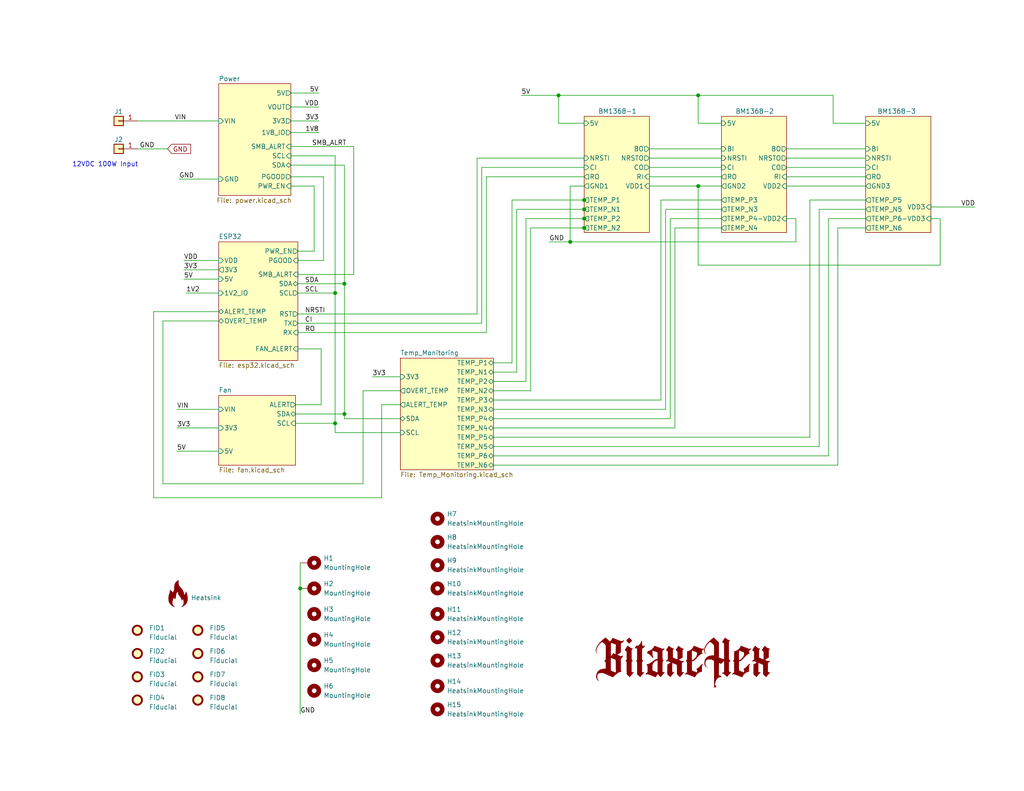
<source format=kicad_sch>
(kicad_sch (version 20231120) (generator "eeschema") (generator_version "8.0")
  (paper "A")
  (title_block (title "bitaxeHex") (date "2024-03-09") (rev "701"))
  (lib_symbols
    (symbol "Connector_Generic:Conn_01x01" (pin_names (offset 1.016) hide)
      (property "Reference" "J" (at 0 2.54 0))
      (property "Value" "Conn_01x01" (at 0 -2.54 0))
      (symbol "Conn_01x01_1_1"
        (pin passive line (at -5.08 0 0) (length 3.81) (name "Pin_1") (number "1"))
      )
    )
    (symbol "Mechanical:Fiducial"
      (property "Reference" "FID" (at 0 5.08 0))
      (property "Value" "Fiducial" (at 0 3.175 0))
    )
    (symbol "Mechanical:MountingHole" (pin_names (offset 1.016))
      (property "Reference" "H" (at 0 5.08 0))
      (property "Value" "MountingHole" (at 0 3.175 0))
    )
    (symbol "Mechanical:MountingHole_Pad" (pin_numbers hide) (pin_names (offset 1.016) hide)
      (property "Reference" "H" (at 0 6.35 0))
      (property "Value" "MountingHole_Pad" (at 0 4.445 0))
      (symbol "MountingHole_Pad_1_1"
        (pin input line (at 0 -2.54 90) (length 2.54) (name "1") (number "1"))
      )
    )
    (symbol "bitaxe:Bitaxe_Hex_Logo" (pin_names (offset 1.016)))
    (symbol "bitaxe:hex_heatsink" (in_bom no)
      (property "Value" "hex_heatsink" (at 0 -3.81 0))
    )
  )
  (junction (at 159.385 57.15))
  (junction (at 159.385 54.61))
  (junction (at 159.385 59.69))
  (junction (at 152.4 26.035))
  (junction (at 190.5 26.035))
  (junction (at 93.98 113.03))
  (junction (at 159.385 62.23))
  (junction (at 93.98 77.47))
  (junction (at 81.915 160.655))
  (junction (at 91.44 80.01))
  (junction (at 91.44 115.57))
  (junction (at 190.5 50.8))
  (junction (at 155.575 66.04))
  (wire (pts (xy 155.575 50.8) (xy 159.385 50.8)))
  (wire (pts (xy 101.6 102.87) (xy 109.22 102.87)))
  (wire (pts (xy 50.165 71.12) (xy 59.69 71.12)))
  (wire (pts (xy 160.02 54.61) (xy 159.385 54.61)))
  (wire (pts (xy 226.06 59.69) (xy 226.06 124.46)))
  (wire (pts (xy 196.85 54.61) (xy 180.34 54.61)))
  (wire (pts (xy 214.63 43.18) (xy 236.22 43.18)))
  (wire (pts (xy 190.5 26.035) (xy 227.33 26.035)))
  (wire (pts (xy 41.91 135.89) (xy 41.91 85.09)))
  (wire (pts (xy 81.28 80.01) (xy 91.44 80.01)))
  (wire (pts (xy 159.385 54.61) (xy 139.7 54.61)))
  (wire (pts (xy 196.85 33.655) (xy 190.5 33.655)))
  (wire (pts (xy 44.45 87.63) (xy 59.69 87.63)))
  (wire (pts (xy 109.22 110.49) (xy 104.14 110.49)))
  (wire (pts (xy 104.14 110.49) (xy 104.14 135.89)))
  (wire (pts (xy 93.98 114.3) (xy 93.98 113.03)))
  (wire (pts (xy 93.98 45.085) (xy 93.98 77.47)))
  (wire (pts (xy 144.78 62.23) (xy 144.78 106.68)))
  (wire (pts (xy 177.165 43.18) (xy 196.85 43.18)))
  (wire (pts (xy 214.63 40.64) (xy 236.22 40.64)))
  (wire (pts (xy 109.22 114.3) (xy 93.98 114.3)))
  (wire (pts (xy 85.725 50.8) (xy 79.375 50.8)))
  (wire (pts (xy 152.4 33.655) (xy 152.4 26.035)))
  (wire (pts (xy 131.445 88.265) (xy 81.28 88.265)))
  (wire (pts (xy 134.62 119.38) (xy 220.98 119.38)))
  (wire (pts (xy 182.88 59.69) (xy 182.88 114.3)))
  (wire (pts (xy 96.52 40.005) (xy 79.375 40.005)))
  (wire (pts (xy 81.28 74.93) (xy 96.52 74.93)))
  (wire (pts (xy 144.78 106.68) (xy 134.62 106.68)))
  (wire (pts (xy 132.715 48.26) (xy 159.385 48.26)))
  (wire (pts (xy 87.63 95.25) (xy 81.28 95.25)))
  (wire (pts (xy 41.91 85.09) (xy 59.69 85.09)))
  (wire (pts (xy 236.22 33.655) (xy 227.33 33.655)))
  (wire (pts (xy 155.575 66.04) (xy 217.17 66.04)))
  (wire (pts (xy 91.44 42.545) (xy 79.375 42.545)))
  (wire (pts (xy 130.175 85.725) (xy 81.28 85.725)))
  (wire (pts (xy 160.02 62.23) (xy 159.385 62.23)))
  (wire (pts (xy 48.26 111.76) (xy 59.69 111.76)))
  (wire (pts (xy 190.5 33.655) (xy 190.5 26.035)))
  (wire (pts (xy 149.86 66.04) (xy 155.575 66.04)))
  (wire (pts (xy 44.45 132.08) (xy 44.45 87.63)))
  (wire (pts (xy 134.62 109.22) (xy 180.34 109.22)))
  (wire (pts (xy 143.51 59.69) (xy 143.51 104.14)))
  (wire (pts (xy 184.15 62.23) (xy 184.15 116.84)))
  (wire (pts (xy 132.715 90.805) (xy 81.28 90.805)))
  (wire (pts (xy 93.98 45.085) (xy 79.375 45.085)))
  (wire (pts (xy 88.265 48.26) (xy 88.265 71.12)))
  (wire (pts (xy 254 56.515) (xy 266.065 56.515)))
  (wire (pts (xy 79.375 36.195) (xy 86.995 36.195)))
  (wire (pts (xy 48.895 48.895) (xy 59.69 48.895)))
  (wire (pts (xy 180.34 54.61) (xy 180.34 109.22)))
  (wire (pts (xy 143.51 104.14) (xy 134.62 104.14)))
  (wire (pts (xy 99.06 106.68) (xy 99.06 132.08)))
  (wire (pts (xy 104.14 135.89) (xy 41.91 135.89)))
  (wire (pts (xy 139.7 54.61) (xy 139.7 99.06)))
  (wire (pts (xy 79.375 48.26) (xy 88.265 48.26)))
  (wire (pts (xy 88.265 71.12) (xy 81.28 71.12)))
  (wire (pts (xy 159.385 59.69) (xy 160.02 59.69)))
  (wire (pts (xy 50.8 80.01) (xy 59.69 80.01)))
  (wire (pts (xy 228.6 127) (xy 228.6 62.23)))
  (wire (pts (xy 96.52 74.93) (xy 96.52 40.005)))
  (wire (pts (xy 214.63 48.26) (xy 236.22 48.26)))
  (wire (pts (xy 254 59.69) (xy 256.54 59.69)))
  (wire (pts (xy 132.715 48.26) (xy 132.715 90.805)))
  (wire (pts (xy 91.44 80.01) (xy 91.44 115.57)))
  (wire (pts (xy 214.63 50.8) (xy 236.22 50.8)))
  (wire (pts (xy 177.165 45.72) (xy 196.85 45.72)))
  (wire (pts (xy 99.06 132.08) (xy 44.45 132.08)))
  (wire (pts (xy 81.28 77.47) (xy 93.98 77.47)))
  (wire (pts (xy 140.97 57.15) (xy 159.385 57.15)))
  (wire (pts (xy 48.26 116.84) (xy 59.69 116.84)))
  (wire (pts (xy 226.06 124.46) (xy 134.62 124.46)))
  (wire (pts (xy 223.52 57.15) (xy 236.22 57.15)))
  (wire (pts (xy 181.61 111.76) (xy 181.61 57.15)))
  (wire (pts (xy 177.165 50.8) (xy 190.5 50.8)))
  (wire (pts (xy 50.165 73.66) (xy 59.69 73.66)))
  (wire (pts (xy 236.22 59.69) (xy 226.06 59.69)))
  (wire (pts (xy 184.15 116.84) (xy 134.62 116.84)))
  (wire (pts (xy 152.4 26.035) (xy 190.5 26.035)))
  (wire (pts (xy 227.33 33.655) (xy 227.33 26.035)))
  (wire (pts (xy 182.88 114.3) (xy 134.62 114.3)))
  (wire (pts (xy 214.63 45.72) (xy 236.22 45.72)))
  (wire (pts (xy 81.915 160.655) (xy 81.915 194.945)))
  (wire (pts (xy 134.62 111.76) (xy 181.61 111.76)))
  (wire (pts (xy 190.5 72.39) (xy 256.54 72.39)))
  (wire (pts (xy 177.165 40.64) (xy 196.85 40.64)))
  (wire (pts (xy 91.44 42.545) (xy 91.44 80.01)))
  (wire (pts (xy 48.26 123.19) (xy 59.69 123.19)))
  (wire (pts (xy 190.5 50.8) (xy 196.85 50.8)))
  (wire (pts (xy 196.85 59.69) (xy 182.88 59.69)))
  (wire (pts (xy 159.385 57.15) (xy 160.02 57.15)))
  (wire (pts (xy 142.24 26.035) (xy 152.4 26.035)))
  (wire (pts (xy 140.97 101.6) (xy 134.62 101.6)))
  (wire (pts (xy 131.445 45.72) (xy 131.445 88.265)))
  (wire (pts (xy 236.22 54.61) (xy 220.98 54.61)))
  (wire (pts (xy 159.385 33.655) (xy 152.4 33.655)))
  (wire (pts (xy 87.63 110.49) (xy 87.63 95.25)))
  (wire (pts (xy 130.175 43.18) (xy 130.175 85.725)))
  (wire (pts (xy 79.375 29.21) (xy 86.995 29.21)))
  (wire (pts (xy 155.575 66.04) (xy 155.575 50.8)))
  (wire (pts (xy 140.97 57.15) (xy 140.97 101.6)))
  (wire (pts (xy 131.445 45.72) (xy 159.385 45.72)))
  (wire (pts (xy 79.375 25.4) (xy 86.995 25.4)))
  (wire (pts (xy 134.62 127) (xy 228.6 127)))
  (wire (pts (xy 159.385 62.23) (xy 144.78 62.23)))
  (wire (pts (xy 109.22 118.11) (xy 91.44 118.11)))
  (wire (pts (xy 91.44 115.57) (xy 91.44 118.11)))
  (wire (pts (xy 177.165 48.26) (xy 196.85 48.26)))
  (wire (pts (xy 134.62 121.92) (xy 223.52 121.92)))
  (wire (pts (xy 93.98 113.03) (xy 93.98 77.47)))
  (wire (pts (xy 37.465 40.64) (xy 45.72 40.64)))
  (wire (pts (xy 223.52 121.92) (xy 223.52 57.15)))
  (wire (pts (xy 109.22 106.68) (xy 99.06 106.68)))
  (wire (pts (xy 181.61 57.15) (xy 196.85 57.15)))
  (wire (pts (xy 81.28 68.58) (xy 85.725 68.58)))
  (wire (pts (xy 190.5 50.8) (xy 190.5 72.39)))
  (wire (pts (xy 228.6 62.23) (xy 236.22 62.23)))
  (wire (pts (xy 256.54 59.69) (xy 256.54 72.39)))
  (wire (pts (xy 214.63 59.69) (xy 217.17 59.69)))
  (wire (pts (xy 143.51 59.69) (xy 159.385 59.69)))
  (wire (pts (xy 220.98 54.61) (xy 220.98 119.38)))
  (wire (pts (xy 217.17 59.69) (xy 217.17 66.04)))
  (wire (pts (xy 159.385 43.18) (xy 130.175 43.18)))
  (wire (pts (xy 81.915 153.67) (xy 81.915 160.655)))
  (wire (pts (xy 139.7 99.06) (xy 134.62 99.06)))
  (wire (pts (xy 50.165 76.2) (xy 59.69 76.2)))
  (wire (pts (xy 196.85 62.23) (xy 184.15 62.23)))
  (wire (pts (xy 80.645 110.49) (xy 87.63 110.49)))
  (wire (pts (xy 80.645 115.57) (xy 91.44 115.57)))
  (wire (pts (xy 79.375 33.02) (xy 86.995 33.02)))
  (wire (pts (xy 85.725 68.58) (xy 85.725 50.8)))
  (wire (pts (xy 80.645 113.03) (xy 93.98 113.03)))
  (wire (pts (xy 37.465 33.02) (xy 59.69 33.02)))
  (text "12VDC 100W Input" (at 19.685 45.72 0) (effects (font (size 1.27 1.27)) (justify left bottom)))
  (label "GND" (at 149.86 66.04 0))
  (label "VDD" (at 50.165 71.12 0))
  (label "SMB_ALRT" (at 85.09 40.005 0))
  (label "1V2" (at 50.8 80.01 0))
  (label "5V" (at 86.995 25.4 180))
  (label "3V3" (at 101.6 102.87 0))
  (label "5V" (at 142.24 26.035 0))
  (label "SDA" (at 83.185 77.47 0))
  (label "VDD" (at 266.065 56.515 180))
  (label "5V" (at 48.26 123.19 0))
  (label "CI" (at 83.185 88.265 0))
  (label "NRSTI" (at 83.185 85.725 0))
  (label "GND" (at 81.915 194.945 0))
  (label "1V8" (at 86.995 36.195 180))
  (label "VIN" (at 48.26 111.76 0))
  (label "3V3" (at 86.995 33.02 180))
  (label "3V3" (at 50.165 73.66 0))
  (label "SCL" (at 83.185 80.01 0))
  (label "5V" (at 50.165 76.2 0))
  (label "3V3" (at 48.26 116.84 0))
  (label "GND" (at 38.1 40.64 0))
  (label "RO" (at 83.185 90.805 0))
  (label "VDD" (at 86.995 29.21 180))
  (label "GND" (at 48.895 48.895 0))
  (label "VIN" (at 47.625 33.02 0))
  (global_label "GND" (shape input) (at 45.72 40.64 0) (property "Intersheetrefs" "${INTERSHEET_REFS}" (effects (hide yes))))
  (symbol (lib_id "Connector_Generic:Conn_01x01") (at 32.385 33.02 180) (unit 1)
    (property "Reference" "J1" (at 32.385 30.48 0))
    (property "Value" "Screw Terminal" (effects (hide yes)))
    (property "Footprint" "bitaxe:7771-screw-terminal" (effects (hide yes)))
    (property "Datasheet" "https://mm.digikey.com/Volume0/opasdata/d220001/medias/docus/581/Metric_PCB_Screw_Terminals.pdf" (effects (hide yes)))
    (property "DK" "36-7771-ND" (effects (hide yes)))
    (property "PARTNO" "36-7771" (effects (hide yes)))
  )
  (symbol (lib_id "Mechanical:Fiducial") (at 53.975 172.085 0) (unit 1) (in_bom no)
    (property "Reference" "FID5" (at 57.15 171.45 0) (effects (justify left)))
    (property "Value" "Fiducial" (at 57.15 173.99 0) (effects (justify left)))
    (property "Footprint" "Fiducial:Fiducial_1mm_Mask2mm" (effects (hide yes)))
  )
  (symbol (lib_id "Mechanical:MountingHole") (at 85.725 174.625 270) (unit 1) (in_bom no)
    (property "Reference" "H4" (at 88.265 173.355 90) (effects (justify left)))
    (property "Value" "MountingHole" (at 88.265 175.895 90) (effects (justify left)))
    (property "Footprint" "MountingHole:MountingHole_3mm_Pad_Via" (effects (hide yes)))
  )
  (symbol (lib_id "Mechanical:MountingHole_Pad") (at 84.455 153.67 270) (unit 1) (in_bom no)
    (property "Reference" "H1" (at 88.265 152.4 90) (effects (justify left)))
    (property "Value" "MountingHole" (at 88.265 154.94 90) (effects (justify left)))
    (property "Footprint" "MountingHole:MountingHole_3mm_Pad_Via" (effects (hide yes)))
  )
  (symbol (lib_id "Mechanical:MountingHole_Pad") (at 84.455 160.655 270) (unit 1) (in_bom no)
    (property "Reference" "H2" (at 88.265 159.385 90) (effects (justify left)))
    (property "Value" "MountingHole" (at 88.265 161.925 90) (effects (justify left)))
    (property "Footprint" "MountingHole:MountingHole_3mm_Pad_Via" (effects (hide yes)))
  )
  (symbol (lib_id "bitaxe:Bitaxe_Hex_Logo") (at 186.055 180.975 0) (unit 1)
    (property "Reference" "#G1" (effects (hide yes)))
    (property "Value" "LOGO" (effects (hide yes)))
  )
  (symbol (lib_id "Mechanical:MountingHole") (at 85.725 167.64 270) (unit 1) (in_bom no)
    (property "Reference" "H3" (at 88.265 166.37 90) (effects (justify left)))
    (property "Value" "MountingHole" (at 88.265 168.91 90) (effects (justify left)))
    (property "Footprint" "MountingHole:MountingHole_3mm_Pad_Via" (effects (hide yes)))
  )
  (symbol (lib_id "Mechanical:Fiducial") (at 53.975 178.435 0) (unit 1) (in_bom no)
    (property "Reference" "FID6" (at 57.15 177.8 0) (effects (justify left)))
    (property "Value" "Fiducial" (at 57.15 180.34 0) (effects (justify left)))
    (property "Footprint" "Fiducial:Fiducial_1mm_Mask2mm" (effects (hide yes)))
  )
  (symbol (lib_id "Mechanical:MountingHole") (at 119.38 147.955 0) (unit 1) (in_bom no)
    (property "Reference" "H8" (at 121.92 146.6849 0) (effects (justify left)))
    (property "Value" "HeatsinkMountingHole" (at 121.92 149.2249 0) (effects (justify left)))
    (property "Footprint" "bitaxe:3.1mm_mounting" (effects (hide yes)))
  )
  (symbol (lib_id "bitaxe:hex_heatsink") (at 48.895 163.195 0) (unit 1) (in_bom no)
    (property "Reference" "HS1" (effects (hide yes)))
    (property "Value" "Heatsink" (at 52.07 163.195 0) (effects (justify left)))
    (property "Footprint" "bitaxe:hex-heatsink" (effects (hide yes)))
    (property "Datasheet" "https://www.aliexpress.us/item/3256805608902122.html" (effects (hide yes)))
  )
  (symbol (lib_id "Mechanical:Fiducial") (at 53.975 184.785 0) (unit 1) (in_bom no)
    (property "Reference" "FID7" (at 57.15 184.15 0) (effects (justify left)))
    (property "Value" "Fiducial" (at 57.15 186.69 0) (effects (justify left)))
    (property "Footprint" "Fiducial:Fiducial_1mm_Mask2mm" (effects (hide yes)))
  )
  (symbol (lib_id "Mechanical:MountingHole") (at 85.725 181.61 270) (unit 1) (in_bom no)
    (property "Reference" "H5" (at 88.265 180.34 90) (effects (justify left)))
    (property "Value" "MountingHole" (at 88.265 182.88 90) (effects (justify left)))
    (property "Footprint" "MountingHole:MountingHole_3mm_Pad_Via" (effects (hide yes)))
  )
  (symbol (lib_id "Mechanical:MountingHole") (at 85.725 188.595 270) (unit 1) (in_bom no)
    (property "Reference" "H6" (at 88.265 187.325 90) (effects (justify left)))
    (property "Value" "MountingHole" (at 88.265 189.865 90) (effects (justify left)))
    (property "Footprint" "MountingHole:MountingHole_3mm_Pad_Via" (effects (hide yes)))
  )
  (symbol (lib_id "Mechanical:MountingHole") (at 119.38 193.675 0) (unit 1) (in_bom no)
    (property "Reference" "H15" (at 121.92 192.4049 0) (effects (justify left)))
    (property "Value" "HeatsinkMountingHole" (at 121.92 194.9449 0) (effects (justify left)))
    (property "Footprint" "bitaxe:3.1mm_mounting" (effects (hide yes)))
  )
  (symbol (lib_id "Mechanical:MountingHole") (at 119.38 180.34 0) (unit 1) (in_bom no)
    (property "Reference" "H13" (at 121.92 179.0699 0) (effects (justify left)))
    (property "Value" "HeatsinkMountingHole" (at 121.92 181.6099 0) (effects (justify left)))
    (property "Footprint" "bitaxe:3.1mm_mounting" (effects (hide yes)))
  )
  (symbol (lib_id "Connector_Generic:Conn_01x01") (at 32.385 40.64 180) (unit 1)
    (property "Reference" "J2" (at 32.385 38.1 0))
    (property "Value" "Screw Terminal" (effects (hide yes)))
    (property "Footprint" "bitaxe:7771-screw-terminal" (effects (hide yes)))
    (property "Datasheet" "https://mm.digikey.com/Volume0/opasdata/d220001/medias/docus/581/Metric_PCB_Screw_Terminals.pdf" (effects (hide yes)))
    (property "DK" "36-7771-ND" (effects (hide yes)))
    (property "PARTNO" "36-7771" (effects (hide yes)))
  )
  (symbol (lib_id "Mechanical:MountingHole") (at 119.38 154.305 0) (unit 1) (in_bom no)
    (property "Reference" "H9" (at 121.92 153.0349 0) (effects (justify left)))
    (property "Value" "HeatsinkMountingHole" (at 121.92 155.5749 0) (effects (justify left)))
    (property "Footprint" "bitaxe:3.1mm_mounting" (effects (hide yes)))
  )
  (symbol (lib_id "Mechanical:Fiducial") (at 37.465 184.785 0) (unit 1) (in_bom no)
    (property "Reference" "FID3" (at 40.64 184.15 0) (effects (justify left)))
    (property "Value" "Fiducial" (at 40.64 186.69 0) (effects (justify left)))
    (property "Footprint" "Fiducial:Fiducial_1mm_Mask2mm" (effects (hide yes)))
  )
  (symbol (lib_id "Mechanical:MountingHole") (at 119.38 141.605 0) (unit 1) (in_bom no)
    (property "Reference" "H7" (at 121.92 140.3349 0) (effects (justify left)))
    (property "Value" "HeatsinkMountingHole" (at 121.92 142.8749 0) (effects (justify left)))
    (property "Footprint" "bitaxe:3.1mm_mounting" (effects (hide yes)))
  )
  (symbol (lib_id "Mechanical:Fiducial") (at 53.975 191.135 0) (unit 1) (in_bom no)
    (property "Reference" "FID8" (at 57.15 190.5 0) (effects (justify left)))
    (property "Value" "Fiducial" (at 57.15 193.04 0) (effects (justify left)))
    (property "Footprint" "Fiducial:Fiducial_1mm_Mask2mm" (effects (hide yes)))
  )
  (symbol (lib_id "Mechanical:MountingHole") (at 119.38 160.655 0) (unit 1) (in_bom no)
    (property "Reference" "H10" (at 121.92 159.3849 0) (effects (justify left)))
    (property "Value" "HeatsinkMountingHole" (at 121.92 161.9249 0) (effects (justify left)))
    (property "Footprint" "bitaxe:3.1mm_mounting" (effects (hide yes)))
  )
  (symbol (lib_id "Mechanical:MountingHole") (at 119.38 187.325 0) (unit 1) (in_bom no)
    (property "Reference" "H14" (at 121.92 186.0549 0) (effects (justify left)))
    (property "Value" "HeatsinkMountingHole" (at 121.92 188.5949 0) (effects (justify left)))
    (property "Footprint" "bitaxe:3.1mm_mounting" (effects (hide yes)))
  )
  (symbol (lib_id "Mechanical:Fiducial") (at 37.465 178.435 0) (unit 1) (in_bom no)
    (property "Reference" "FID2" (at 40.64 177.8 0) (effects (justify left)))
    (property "Value" "Fiducial" (at 40.64 180.34 0) (effects (justify left)))
    (property "Footprint" "Fiducial:Fiducial_1mm_Mask2mm" (effects (hide yes)))
  )
  (symbol (lib_id "Mechanical:Fiducial") (at 37.465 191.135 0) (unit 1) (in_bom no)
    (property "Reference" "FID4" (at 40.64 190.5 0) (effects (justify left)))
    (property "Value" "Fiducial" (at 40.64 193.04 0) (effects (justify left)))
    (property "Footprint" "Fiducial:Fiducial_1mm_Mask2mm" (effects (hide yes)))
  )
  (symbol (lib_id "Mechanical:Fiducial") (at 37.465 172.085 0) (unit 1) (in_bom no)
    (property "Reference" "FID1" (at 40.64 171.45 0) (effects (justify left)))
    (property "Value" "Fiducial" (at 40.64 173.99 0) (effects (justify left)))
    (property "Footprint" "Fiducial:Fiducial_1mm_Mask2mm" (effects (hide yes)))
  )
  (symbol (lib_id "Mechanical:MountingHole") (at 119.38 173.99 0) (unit 1) (in_bom no)
    (property "Reference" "H12" (at 121.92 172.7199 0) (effects (justify left)))
    (property "Value" "HeatsinkMountingHole" (at 121.92 175.2599 0) (effects (justify left)))
    (property "Footprint" "bitaxe:3.1mm_mounting" (effects (hide yes)))
  )
  (symbol (lib_id "Mechanical:MountingHole") (at 119.38 167.64 0) (unit 1) (in_bom no)
    (property "Reference" "H11" (at 121.92 166.3699 0) (effects (justify left)))
    (property "Value" "HeatsinkMountingHole" (at 121.92 168.9099 0) (effects (justify left)))
    (property "Footprint" "bitaxe:3.1mm_mounting" (effects (hide yes)))
  )
  (sheet (at 109.22 97.79) (size 25.4 30.48) (stroke (width 0.1524)) (fill (color 255 255 194 1.0000))
    (property "Sheetname" "Temp_Monitoring" (at 109.22 97.0784 0) (effects (justify left bottom)))
    (property "Sheetfile" "Temp_Monitoring.kicad_sch" (at 109.22 128.8546 0) (effects (justify left top)))
    (pin "3V3" input (at 109.22 102.87 180))
    (pin "OVERT_TEMP" output (at 109.22 106.68 180))
    (pin "ALERT_TEMP" output (at 109.22 110.49 180))
    (pin "SDA" bidirectional (at 109.22 114.3 180))
    (pin "SCL" input (at 109.22 118.11 180))
    (pin "TEMP_P2" bidirectional (at 134.62 104.14 0))
    (pin "TEMP_N1" bidirectional (at 134.62 101.6 0))
    (pin "TEMP_N2" bidirectional (at 134.62 106.68 0))
    (pin "TEMP_P1" bidirectional (at 134.62 99.06 0))
    (pin "TEMP_P5" bidirectional (at 134.62 119.38 0))
    (pin "TEMP_N5" bidirectional (at 134.62 121.92 0))
    (pin "TEMP_N4" bidirectional (at 134.62 116.84 0))
    (pin "TEMP_N6" bidirectional (at 134.62 127 0))
    (pin "TEMP_P6" bidirectional (at 134.62 124.46 0))
    (pin "TEMP_N3" bidirectional (at 134.62 111.76 0))
    (pin "TEMP_P3" bidirectional (at 134.62 109.22 0))
    (pin "TEMP_P4" bidirectional (at 134.62 114.3 0))
  )
  (sheet (at 159.385 31.75) (size 17.78 31.75) (stroke (width 0.1524)) (fill (color 255 255 194 1.0000))
    (property "Sheetname" "BM1368-1" (at 163.195 31.115 0) (effects (justify left bottom)))
    (property "Sheetfile" "bm1366-1.kicad_sch" (effects (hide yes)))
    (pin "BO" output (at 177.165 40.64 0))
    (pin "NRSTO" output (at 177.165 43.18 0))
    (pin "RI" input (at 177.165 48.26 0))
    (pin "CO" output (at 177.165 45.72 0))
    (pin "CI" input (at 159.385 45.72 180))
    (pin "RO" output (at 159.385 48.26 180))
    (pin "NRSTI" input (at 159.385 43.18 180))
    (pin "5V" input (at 159.385 33.655 180))
    (pin "VDD1" input (at 177.165 50.8 0))
    (pin "GND1" output (at 159.385 50.8 180))
    (pin "TEMP_P1" output (at 159.385 54.61 180))
    (pin "TEMP_N1" output (at 159.385 57.15 180))
    (pin "TEMP_P2" output (at 159.385 59.69 180))
    (pin "TEMP_N2" output (at 159.385 62.23 180))
  )
  (sheet (at 196.85 31.75) (size 17.78 31.75) (stroke (width 0.1524)) (fill (color 255 255 194 1.0000))
    (property "Sheetname" "BM1368-2" (at 200.66 31.115 0) (effects (justify left bottom)))
    (property "Sheetfile" "bm1366-2.kicad_sch" (effects (hide yes)))
    (pin "BI" input (at 196.85 40.64 180))
    (pin "CI" input (at 196.85 45.72 180))
    (pin "RO" output (at 196.85 48.26 180))
    (pin "NRSTI" input (at 196.85 43.18 180))
    (pin "VDD2" input (at 214.63 50.8 0))
    (pin "CO" output (at 214.63 45.72 0))
    (pin "BO" output (at 214.63 40.64 0))
    (pin "NRSTO" output (at 214.63 43.18 0))
    (pin "RI" input (at 214.63 48.26 0))
    (pin "GND2" output (at 196.85 50.8 180))
    (pin "5V" input (at 196.85 33.655 180))
    (pin "-VDD2" input (at 214.63 59.69 0))
    (pin "TEMP_N4" output (at 196.85 62.23 180))
    (pin "TEMP_P4" output (at 196.85 59.69 180))
    (pin "TEMP_P3" output (at 196.85 54.61 180))
    (pin "TEMP_N3" output (at 196.85 57.15 180))
  )
  (sheet (at 59.69 107.95) (size 20.955 19.05) (stroke (width 0.1524)) (fill (color 255 255 194 1.0000))
    (property "Sheetname" "Fan" (at 59.69 107.2384 0) (effects (justify left bottom)))
    (property "Sheetfile" "fan.kicad_sch" (at 59.69 127.5846 0) (effects (justify left top)))
    (pin "SDA" bidirectional (at 80.645 113.03 0))
    (pin "SCL" input (at 80.645 115.57 0))
    (pin "3V3" input (at 59.69 116.84 180))
    (pin "ALERT" output (at 80.645 110.49 0))
    (pin "5V" input (at 59.69 123.19 180))
    (pin "VIN" input (at 59.69 111.76 180))
  )
  (sheet (at 59.69 22.86) (size 19.685 30.48) (stroke (width 0.1524)) (fill (color 255 255 194 1.0000))
    (property "Sheetname" "Power" (at 59.69 22.225 0) (effects (justify left bottom)))
    (property "Sheetfile" "power.kicad_sch" (at 59.055 53.975 0) (effects (justify left top)))
    (pin "VOUT" output (at 79.375 29.21 0))
    (pin "VIN" input (at 59.69 33.02 180))
    (pin "SCL" input (at 79.375 42.545 0))
    (pin "SDA" bidirectional (at 79.375 45.085 0))
    (pin "5V" output (at 79.375 25.4 0))
    (pin "3V3" output (at 79.375 33.02 0))
    (pin "PGOOD" output (at 79.375 48.26 0))
    (pin "1V8_IO" output (at 79.375 36.195 0))
    (pin "PWR_EN" input (at 79.375 50.8 0))
    (pin "GND" input (at 59.69 48.895 180))
    (pin "SMB_ALRT" input (at 79.375 40.005 0))
  )
  (sheet (at 59.69 66.04) (size 21.59 32.385) (stroke (width 0.1524)) (fill (color 255 255 194 1.0000))
    (property "Sheetname" "ESP32" (at 59.69 65.3284 0) (effects (justify left bottom)))
    (property "Sheetfile" "esp32.kicad_sch" (at 59.69 99.0096 0) (effects (justify left top)))
    (pin "SDA" bidirectional (at 81.28 77.47 0))
    (pin "SCL" output (at 81.28 80.01 0))
    (pin "RX" input (at 81.28 90.805 0))
    (pin "TX" output (at 81.28 88.265 0))
    (pin "RST" output (at 81.28 85.725 0))
    (pin "5V" input (at 59.69 76.2 180))
    (pin "3V3" output (at 59.69 73.66 180))
    (pin "PGOOD" input (at 81.28 71.12 0))
    (pin "VDD" input (at 59.69 71.12 180))
    (pin "FAN_ALERT" input (at 81.28 95.25 0))
    (pin "1V2_IO" input (at 59.69 80.01 180))
    (pin "PWR_EN" output (at 81.28 68.58 0))
    (pin "SMB_ALRT" input (at 81.28 74.93 0))
    (pin "ALERT_TEMP" bidirectional (at 59.69 85.09 180))
    (pin "OVERT_TEMP" bidirectional (at 59.69 87.63 180))
  )
  (sheet (at 236.22 31.75) (size 17.78 31.75) (stroke (width 0.1524)) (fill (color 255 255 194 1.0000))
    (property "Sheetname" "BM1368-3" (at 239.395 31.115 0) (effects (justify left bottom)))
    (property "Sheetfile" "bm1366-3.kicad_sch" (effects (hide yes)))
    (pin "5V" input (at 236.22 33.655 180))
    (pin "BI" input (at 236.22 40.64 180))
    (pin "NRSTI" input (at 236.22 43.18 180))
    (pin "RO" output (at 236.22 48.26 180))
    (pin "CI" input (at 236.22 45.72 180))
    (pin "VDD3" input (at 254 56.515 0))
    (pin "GND3" output (at 236.22 50.8 180))
    (pin "-VDD3" input (at 254 59.69 0))
    (pin "TEMP_N5" output (at 236.22 57.15 180))
    (pin "TEMP_P5" output (at 236.22 54.61 180))
    (pin "TEMP_P6" output (at 236.22 59.69 180))
    (pin "TEMP_N6" output (at 236.22 62.23 180))
  )
)
</source>
